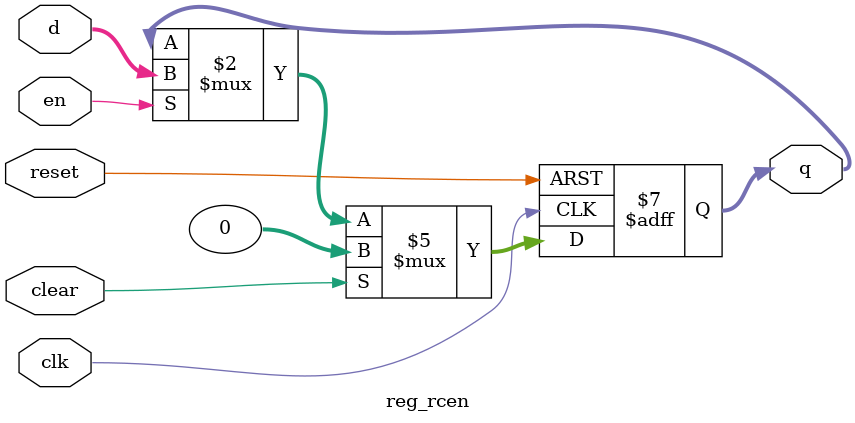
<source format=sv>

module reg_rcen #(parameter N = 32)
(
	input logic clk, reset, en, clear, 
	input logic [N-1:0] d,
	output logic [N-1:0] q
);
	
	always_ff @(posedge clk, posedge reset)
		if (reset) q <= 0;
		else if (clear) q <= 0;
		else if (en) q <= d;
		
endmodule

</source>
